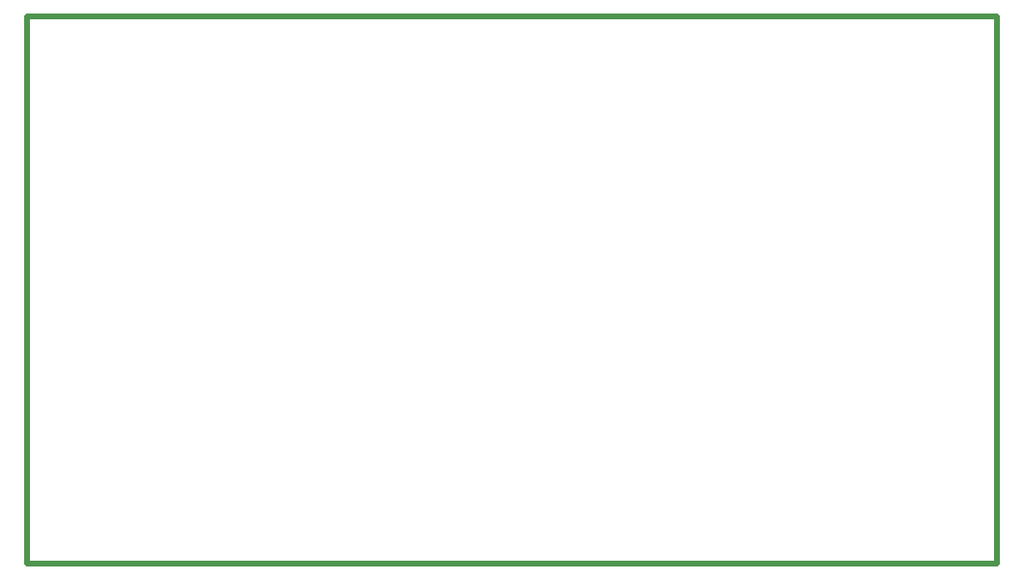
<source format=gbr>
%TF.GenerationSoftware,KiCad,Pcbnew,(5.1.4)-1*%
%TF.CreationDate,2020-11-14T02:23:56+08:00*%
%TF.ProjectId,power,706f7765-722e-46b6-9963-61645f706362,rev?*%
%TF.SameCoordinates,Original*%
%TF.FileFunction,Profile,NP*%
%FSLAX46Y46*%
G04 Gerber Fmt 4.6, Leading zero omitted, Abs format (unit mm)*
G04 Created by KiCad (PCBNEW (5.1.4)-1) date 2020-11-14 02:23:56*
%MOMM*%
%LPD*%
G04 APERTURE LIST*
%ADD10C,0.500000*%
G04 APERTURE END LIST*
D10*
X20000000Y-68000000D02*
X20000000Y-20000000D01*
X20000000Y-68000000D02*
X105000000Y-68000000D01*
X105000000Y-20000000D02*
X105000000Y-68000000D01*
X20000000Y-20000000D02*
X105000000Y-20000000D01*
M02*

</source>
